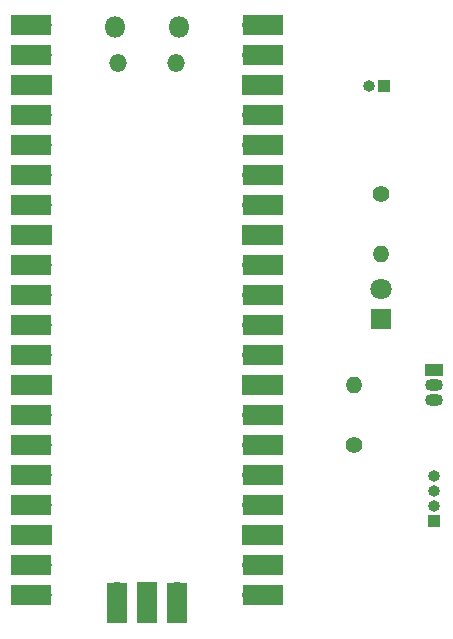
<source format=gbr>
%TF.GenerationSoftware,KiCad,Pcbnew,8.0.1*%
%TF.CreationDate,2024-03-27T17:00:54-03:00*%
%TF.ProjectId,Pond_S6,506f6e64-5f53-4362-9e6b-696361645f70,rev?*%
%TF.SameCoordinates,Original*%
%TF.FileFunction,Soldermask,Top*%
%TF.FilePolarity,Negative*%
%FSLAX46Y46*%
G04 Gerber Fmt 4.6, Leading zero omitted, Abs format (unit mm)*
G04 Created by KiCad (PCBNEW 8.0.1) date 2024-03-27 17:00:54*
%MOMM*%
%LPD*%
G01*
G04 APERTURE LIST*
%ADD10C,1.400000*%
%ADD11O,1.400000X1.400000*%
%ADD12R,1.000000X1.000000*%
%ADD13O,1.000000X1.000000*%
%ADD14R,1.500000X1.050000*%
%ADD15O,1.500000X1.050000*%
%ADD16O,1.800000X1.800000*%
%ADD17O,1.500000X1.500000*%
%ADD18O,1.700000X1.700000*%
%ADD19R,3.500000X1.700000*%
%ADD20R,1.700000X1.700000*%
%ADD21R,1.700000X3.500000*%
%ADD22R,1.800000X1.800000*%
%ADD23C,1.800000*%
G04 APERTURE END LIST*
D10*
%TO.C,R2*%
X153450000Y-82240000D03*
D11*
X153450000Y-77160000D03*
%TD*%
D10*
%TO.C,R1*%
X155700000Y-60970000D03*
D11*
X155700000Y-66050000D03*
%TD*%
D12*
%TO.C,J1*%
X155960000Y-51800000D03*
D13*
X154690000Y-51800000D03*
%TD*%
D12*
%TO.C,J2*%
X160200000Y-88660000D03*
D13*
X160200000Y-87390000D03*
X160200000Y-86120000D03*
X160200000Y-84850000D03*
%TD*%
D14*
%TO.C,Q1*%
X160210000Y-75870000D03*
D15*
X160210000Y-77140000D03*
X160210000Y-78410000D03*
%TD*%
D16*
%TO.C,U1*%
X133210000Y-46805000D03*
D17*
X133510000Y-49835000D03*
X138360000Y-49835000D03*
D16*
X138660000Y-46805000D03*
D18*
X127045000Y-46675000D03*
D19*
X126145000Y-46675000D03*
D18*
X127045000Y-49215000D03*
D19*
X126145000Y-49215000D03*
D20*
X127045000Y-51755000D03*
D19*
X126145000Y-51755000D03*
D18*
X127045000Y-54295000D03*
D19*
X126145000Y-54295000D03*
D18*
X127045000Y-56835000D03*
D19*
X126145000Y-56835000D03*
D18*
X127045000Y-59375000D03*
D19*
X126145000Y-59375000D03*
D18*
X127045000Y-61915000D03*
D19*
X126145000Y-61915000D03*
D20*
X127045000Y-64455000D03*
D19*
X126145000Y-64455000D03*
D18*
X127045000Y-66995000D03*
D19*
X126145000Y-66995000D03*
D18*
X127045000Y-69535000D03*
D19*
X126145000Y-69535000D03*
D18*
X127045000Y-72075000D03*
D19*
X126145000Y-72075000D03*
D18*
X127045000Y-74615000D03*
D19*
X126145000Y-74615000D03*
D20*
X127045000Y-77155000D03*
D19*
X126145000Y-77155000D03*
D18*
X127045000Y-79695000D03*
D19*
X126145000Y-79695000D03*
D18*
X127045000Y-82235000D03*
D19*
X126145000Y-82235000D03*
D18*
X127045000Y-84775000D03*
D19*
X126145000Y-84775000D03*
D18*
X127045000Y-87315000D03*
D19*
X126145000Y-87315000D03*
D20*
X127045000Y-89855000D03*
D19*
X126145000Y-89855000D03*
D18*
X127045000Y-92395000D03*
D19*
X126145000Y-92395000D03*
D18*
X127045000Y-94935000D03*
D19*
X126145000Y-94935000D03*
D18*
X144825000Y-94935000D03*
D19*
X145725000Y-94935000D03*
D18*
X144825000Y-92395000D03*
D19*
X145725000Y-92395000D03*
D20*
X144825000Y-89855000D03*
D19*
X145725000Y-89855000D03*
D18*
X144825000Y-87315000D03*
D19*
X145725000Y-87315000D03*
D18*
X144825000Y-84775000D03*
D19*
X145725000Y-84775000D03*
D18*
X144825000Y-82235000D03*
D19*
X145725000Y-82235000D03*
D18*
X144825000Y-79695000D03*
D19*
X145725000Y-79695000D03*
D20*
X144825000Y-77155000D03*
D19*
X145725000Y-77155000D03*
D18*
X144825000Y-74615000D03*
D19*
X145725000Y-74615000D03*
D18*
X144825000Y-72075000D03*
D19*
X145725000Y-72075000D03*
D18*
X144825000Y-69535000D03*
D19*
X145725000Y-69535000D03*
D18*
X144825000Y-66995000D03*
D19*
X145725000Y-66995000D03*
D20*
X144825000Y-64455000D03*
D19*
X145725000Y-64455000D03*
D18*
X144825000Y-61915000D03*
D19*
X145725000Y-61915000D03*
D18*
X144825000Y-59375000D03*
D19*
X145725000Y-59375000D03*
D18*
X144825000Y-56835000D03*
D19*
X145725000Y-56835000D03*
D18*
X144825000Y-54295000D03*
D19*
X145725000Y-54295000D03*
D20*
X144825000Y-51755000D03*
D19*
X145725000Y-51755000D03*
D18*
X144825000Y-49215000D03*
D19*
X145725000Y-49215000D03*
D18*
X144825000Y-46675000D03*
D19*
X145725000Y-46675000D03*
D18*
X133395000Y-94705000D03*
D21*
X133395000Y-95605000D03*
D20*
X135935000Y-94705000D03*
D21*
X135935000Y-95605000D03*
D18*
X138475000Y-94705000D03*
D21*
X138475000Y-95605000D03*
%TD*%
D22*
%TO.C,D1*%
X155700000Y-71575000D03*
D23*
X155700000Y-69035000D03*
%TD*%
M02*

</source>
